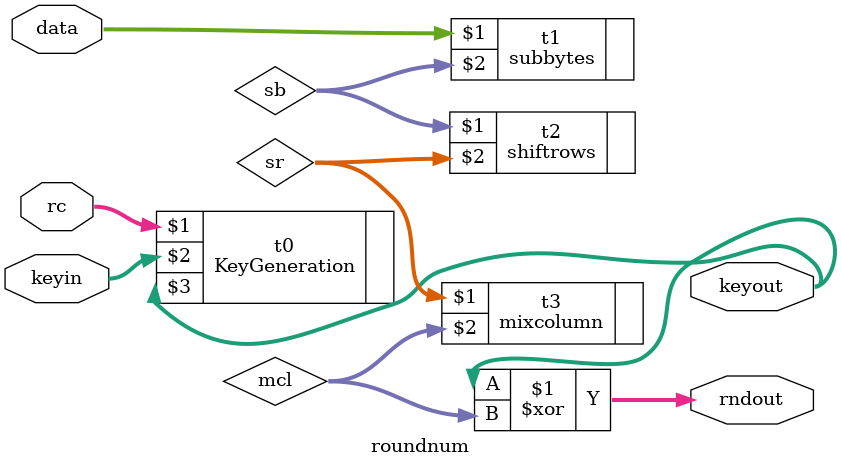
<source format=v>
`timescale 1ns / 1ps

module roundnum(rc,data,keyin,keyout,rndout);
input [3:0]rc;
input [127:0]data;
input [127:0]keyin;
output [127:0]keyout;
output [127:0]rndout;
wire [127:0] sb,sr,mcl;
KeyGeneration t0(rc,keyin,keyout);
subbytes t1(data,sb);
shiftrows t2(sb,sr);
mixcolumn t3(sr,mcl);
assign rndout= keyout^mcl;
endmodule

</source>
